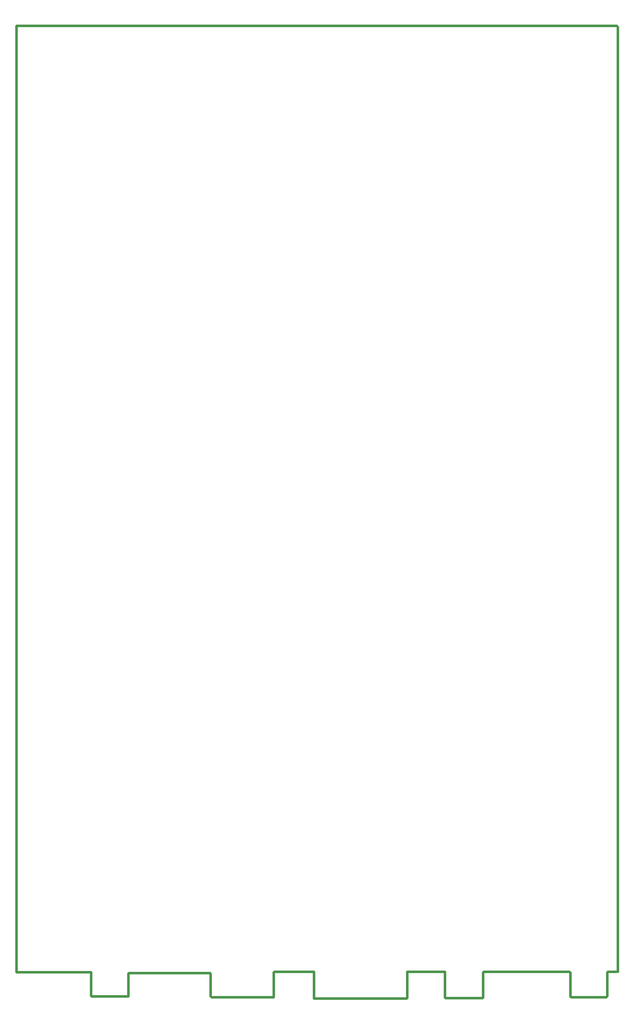
<source format=gko>
G04 Layer_Color=16711935*
%FSLAX25Y25*%
%MOIN*%
G70*
G01*
G75*
%ADD65C,0.01968*%
%ADD66C,0.02000*%
%ADD74C,0.01000*%
D65*
X88881Y306496D02*
Y1050394D01*
X562011Y306890D02*
Y1049409D01*
D66*
X88881Y306496D02*
X147543D01*
X553940Y306890D02*
X561027D01*
X553645Y287500D02*
Y306594D01*
X524708Y287303D02*
Y306201D01*
X456499Y306791D02*
X524117D01*
X455909Y286614D02*
Y306201D01*
X426283Y286417D02*
X455712D01*
X396263Y306890D02*
X425987D01*
X396263Y286264D02*
Y306890D01*
X323015Y286087D02*
X396086D01*
X322838Y286264D02*
Y306713D01*
X291833Y306890D02*
X323015D01*
X291440Y286811D02*
Y306497D01*
X242424Y286811D02*
X291440D01*
X241736Y287500D02*
Y305413D01*
X177464Y305906D02*
X241243D01*
X177070Y287795D02*
Y305512D01*
X148133Y287598D02*
X176873D01*
X147739Y287992D02*
Y306299D01*
X89570Y1050245D02*
X561176D01*
X425987Y286516D02*
Y306890D01*
X525200Y286811D02*
X552956D01*
D74*
X553645Y306594D02*
X553940Y306890D01*
X552956Y286811D02*
X553645Y287500D01*
X524708Y287303D02*
X525200Y286811D01*
X524117Y306791D02*
X524708Y306201D01*
X455909Y306201D02*
X456499Y306791D01*
X455712Y286417D02*
X455909Y286614D01*
X426086D02*
X426283Y286417D01*
X425987Y306890D02*
X426086Y306791D01*
X396086Y286087D02*
X396263Y286264D01*
X322838Y286264D02*
X323015Y286087D01*
X322838Y306713D02*
X323015Y306890D01*
X291440Y306497D02*
X291833Y306890D01*
X241736Y287500D02*
X242424Y286811D01*
X241243Y305906D02*
X241736Y305413D01*
X177070Y305512D02*
X177464Y305906D01*
X176873Y287598D02*
X177070Y287795D01*
X147739Y287992D02*
X148133Y287598D01*
X147543Y306496D02*
X147739Y306299D01*
M02*

</source>
